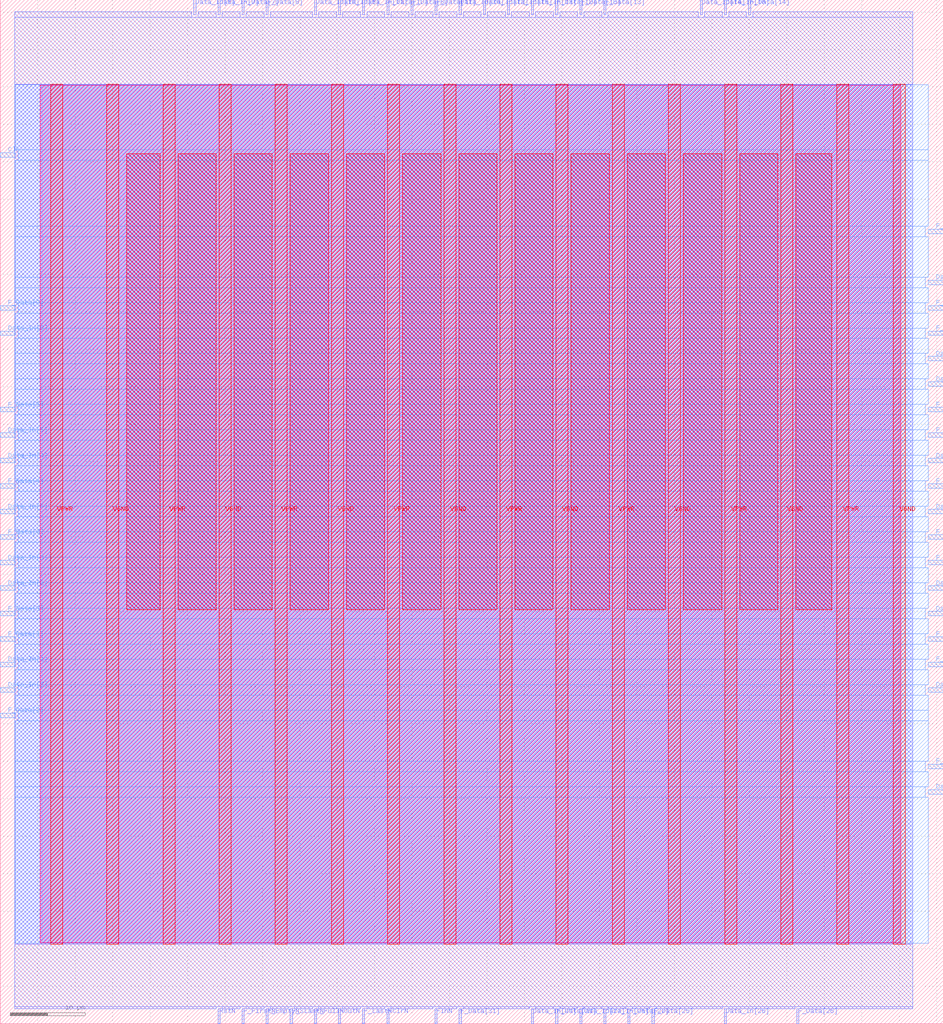
<source format=lef>
VERSION 5.7 ;
  NOWIREEXTENSIONATPIN ON ;
  DIVIDERCHAR "/" ;
  BUSBITCHARS "[]" ;
MACRO FIFO_Model
  CLASS BLOCK ;
  FOREIGN FIFO_Model ;
  ORIGIN 0.000 0.000 ;
  SIZE 125.900 BY 136.620 ;
  PIN Clk
    DIRECTION INPUT ;
    USE SIGNAL ;
    ANTENNAGATEAREA 0.852000 ;
    PORT
      LAYER met3 ;
        RECT 0.000 115.640 2.000 116.240 ;
    END
  END Clk
  PIN Data_In[0]
    DIRECTION INPUT ;
    USE SIGNAL ;
    ANTENNAGATEAREA 0.196500 ;
    PORT
      LAYER met3 ;
        RECT 0.000 68.040 2.000 68.640 ;
    END
  END Data_In[0]
  PIN Data_In[10]
    DIRECTION INPUT ;
    USE SIGNAL ;
    ANTENNAGATEAREA 0.196500 ;
    PORT
      LAYER met2 ;
        RECT 41.950 134.620 42.230 136.620 ;
    END
  END Data_In[10]
  PIN Data_In[11]
    DIRECTION INPUT ;
    USE SIGNAL ;
    ANTENNAGATEAREA 0.196500 ;
    PORT
      LAYER met2 ;
        RECT 48.390 134.620 48.670 136.620 ;
    END
  END Data_In[11]
  PIN Data_In[12]
    DIRECTION INPUT ;
    USE SIGNAL ;
    ANTENNAGATEAREA 0.196500 ;
    PORT
      LAYER met2 ;
        RECT 64.490 134.620 64.770 136.620 ;
    END
  END Data_In[12]
  PIN Data_In[13]
    DIRECTION INPUT ;
    USE SIGNAL ;
    ANTENNAGATEAREA 0.196500 ;
    PORT
      LAYER met2 ;
        RECT 70.930 134.620 71.210 136.620 ;
    END
  END Data_In[13]
  PIN Data_In[14]
    DIRECTION INPUT ;
    USE SIGNAL ;
    ANTENNAGATEAREA 0.196500 ;
    PORT
      LAYER met2 ;
        RECT 93.470 134.620 93.750 136.620 ;
    END
  END Data_In[14]
  PIN Data_In[15]
    DIRECTION INPUT ;
    USE SIGNAL ;
    ANTENNAGATEAREA 0.196500 ;
    PORT
      LAYER met2 ;
        RECT 67.710 134.620 67.990 136.620 ;
    END
  END Data_In[15]
  PIN Data_In[16]
    DIRECTION INPUT ;
    USE SIGNAL ;
    ANTENNAGATEAREA 0.196500 ;
    PORT
      LAYER met2 ;
        RECT 96.690 134.620 96.970 136.620 ;
    END
  END Data_In[16]
  PIN Data_In[17]
    DIRECTION INPUT ;
    USE SIGNAL ;
    ANTENNAGATEAREA 0.196500 ;
    PORT
      LAYER met3 ;
        RECT 123.900 98.640 125.900 99.240 ;
    END
  END Data_In[17]
  PIN Data_In[18]
    DIRECTION INPUT ;
    USE SIGNAL ;
    ANTENNAGATEAREA 0.196500 ;
    PORT
      LAYER met3 ;
        RECT 123.900 57.840 125.900 58.440 ;
    END
  END Data_In[18]
  PIN Data_In[19]
    DIRECTION INPUT ;
    USE SIGNAL ;
    ANTENNAGATEAREA 0.196500 ;
    PORT
      LAYER met3 ;
        RECT 123.900 68.040 125.900 68.640 ;
    END
  END Data_In[19]
  PIN Data_In[1]
    DIRECTION INPUT ;
    USE SIGNAL ;
    ANTENNAGATEAREA 0.196500 ;
    PORT
      LAYER met3 ;
        RECT 0.000 47.640 2.000 48.240 ;
    END
  END Data_In[1]
  PIN Data_In[20]
    DIRECTION INPUT ;
    USE SIGNAL ;
    ANTENNAGATEAREA 0.196500 ;
    PORT
      LAYER met3 ;
        RECT 123.900 74.840 125.900 75.440 ;
    END
  END Data_In[20]
  PIN Data_In[21]
    DIRECTION INPUT ;
    USE SIGNAL ;
    ANTENNAGATEAREA 0.196500 ;
    PORT
      LAYER met3 ;
        RECT 123.900 88.440 125.900 89.040 ;
    END
  END Data_In[21]
  PIN Data_In[22]
    DIRECTION INPUT ;
    USE SIGNAL ;
    ANTENNAGATEAREA 0.196500 ;
    PORT
      LAYER met3 ;
        RECT 123.900 85.040 125.900 85.640 ;
    END
  END Data_In[22]
  PIN Data_In[23]
    DIRECTION INPUT ;
    USE SIGNAL ;
    ANTENNAGATEAREA 0.196500 ;
    PORT
      LAYER met3 ;
        RECT 123.900 54.440 125.900 55.040 ;
    END
  END Data_In[23]
  PIN Data_In[24]
    DIRECTION INPUT ;
    USE SIGNAL ;
    ANTENNAGATEAREA 0.196500 ;
    PORT
      LAYER met3 ;
        RECT 123.900 44.240 125.900 44.840 ;
    END
  END Data_In[24]
  PIN Data_In[25]
    DIRECTION INPUT ;
    USE SIGNAL ;
    ANTENNAGATEAREA 0.196500 ;
    PORT
      LAYER met2 ;
        RECT 80.590 0.000 80.870 2.000 ;
    END
  END Data_In[25]
  PIN Data_In[26]
    DIRECTION INPUT ;
    USE SIGNAL ;
    ANTENNAGATEAREA 0.196500 ;
    PORT
      LAYER met2 ;
        RECT 96.690 0.000 96.970 2.000 ;
    END
  END Data_In[26]
  PIN Data_In[27]
    DIRECTION INPUT ;
    USE SIGNAL ;
    ANTENNAGATEAREA 0.196500 ;
    PORT
      LAYER met2 ;
        RECT 77.370 0.000 77.650 2.000 ;
    END
  END Data_In[27]
  PIN Data_In[28]
    DIRECTION INPUT ;
    USE SIGNAL ;
    ANTENNAGATEAREA 0.196500 ;
    PORT
      LAYER met3 ;
        RECT 123.900 30.640 125.900 31.240 ;
    END
  END Data_In[28]
  PIN Data_In[29]
    DIRECTION INPUT ;
    USE SIGNAL ;
    ANTENNAGATEAREA 0.196500 ;
    PORT
      LAYER met2 ;
        RECT 70.930 0.000 71.210 2.000 ;
    END
  END Data_In[29]
  PIN Data_In[2]
    DIRECTION INPUT ;
    USE SIGNAL ;
    ANTENNAGATEAREA 0.196500 ;
    PORT
      LAYER met3 ;
        RECT 0.000 44.240 2.000 44.840 ;
    END
  END Data_In[2]
  PIN Data_In[30]
    DIRECTION INPUT ;
    USE SIGNAL ;
    ANTENNAGATEAREA 0.196500 ;
    PORT
      LAYER met2 ;
        RECT 61.270 134.620 61.550 136.620 ;
    END
  END Data_In[30]
  PIN Data_In[31]
    DIRECTION INPUT ;
    USE SIGNAL ;
    ANTENNAGATEAREA 0.196500 ;
    PORT
      LAYER met3 ;
        RECT 0.000 61.240 2.000 61.840 ;
    END
  END Data_In[31]
  PIN Data_In[3]
    DIRECTION INPUT ;
    USE SIGNAL ;
    ANTENNAGATEAREA 0.196500 ;
    PORT
      LAYER met3 ;
        RECT 0.000 57.840 2.000 58.440 ;
    END
  END Data_In[3]
  PIN Data_In[4]
    DIRECTION INPUT ;
    USE SIGNAL ;
    ANTENNAGATEAREA 0.196500 ;
    PORT
      LAYER met3 ;
        RECT 0.000 74.840 2.000 75.440 ;
    END
  END Data_In[4]
  PIN Data_In[5]
    DIRECTION INPUT ;
    USE SIGNAL ;
    ANTENNAGATEAREA 0.196500 ;
    PORT
      LAYER met3 ;
        RECT 0.000 78.240 2.000 78.840 ;
    END
  END Data_In[5]
  PIN Data_In[6]
    DIRECTION INPUT ;
    USE SIGNAL ;
    ANTENNAGATEAREA 0.196500 ;
    PORT
      LAYER met2 ;
        RECT 45.170 134.620 45.450 136.620 ;
    END
  END Data_In[6]
  PIN Data_In[7]
    DIRECTION INPUT ;
    USE SIGNAL ;
    ANTENNAGATEAREA 0.196500 ;
    PORT
      LAYER met2 ;
        RECT 29.070 134.620 29.350 136.620 ;
    END
  END Data_In[7]
  PIN Data_In[8]
    DIRECTION INPUT ;
    USE SIGNAL ;
    ANTENNAGATEAREA 0.196500 ;
    PORT
      LAYER met2 ;
        RECT 25.850 134.620 26.130 136.620 ;
    END
  END Data_In[8]
  PIN Data_In[9]
    DIRECTION INPUT ;
    USE SIGNAL ;
    ANTENNAGATEAREA 0.196500 ;
    PORT
      LAYER met3 ;
        RECT 0.000 91.840 2.000 92.440 ;
    END
  END Data_In[9]
  PIN FClrN
    DIRECTION INPUT ;
    USE SIGNAL ;
    ANTENNAGATEAREA 0.196500 ;
    PORT
      LAYER met2 ;
        RECT 51.610 0.000 51.890 2.000 ;
    END
  END FClrN
  PIN FInN
    DIRECTION INPUT ;
    USE SIGNAL ;
    ANTENNAGATEAREA 0.196500 ;
    PORT
      LAYER met2 ;
        RECT 58.050 0.000 58.330 2.000 ;
    END
  END FInN
  PIN FOutN
    DIRECTION INPUT ;
    USE SIGNAL ;
    ANTENNAGATEAREA 0.126000 ;
    PORT
      LAYER met2 ;
        RECT 45.170 0.000 45.450 2.000 ;
    END
  END FOutN
  PIN F_Data[0]
    DIRECTION OUTPUT ;
    USE SIGNAL ;
    ANTENNADIFFAREA 0.445500 ;
    PORT
      LAYER met3 ;
        RECT 0.000 64.640 2.000 65.240 ;
    END
  END F_Data[0]
  PIN F_Data[10]
    DIRECTION OUTPUT ;
    USE SIGNAL ;
    ANTENNADIFFAREA 0.795200 ;
    PORT
      LAYER met2 ;
        RECT 51.610 134.620 51.890 136.620 ;
    END
  END F_Data[10]
  PIN F_Data[11]
    DIRECTION OUTPUT ;
    USE SIGNAL ;
    ANTENNADIFFAREA 0.795200 ;
    PORT
      LAYER met2 ;
        RECT 58.050 134.620 58.330 136.620 ;
    END
  END F_Data[11]
  PIN F_Data[12]
    DIRECTION OUTPUT ;
    USE SIGNAL ;
    ANTENNADIFFAREA 0.795200 ;
    PORT
      LAYER met2 ;
        RECT 74.150 134.620 74.430 136.620 ;
    END
  END F_Data[12]
  PIN F_Data[13]
    DIRECTION OUTPUT ;
    USE SIGNAL ;
    ANTENNADIFFAREA 0.795200 ;
    PORT
      LAYER met2 ;
        RECT 80.590 134.620 80.870 136.620 ;
    END
  END F_Data[13]
  PIN F_Data[14]
    DIRECTION OUTPUT ;
    USE SIGNAL ;
    ANTENNADIFFAREA 0.795200 ;
    PORT
      LAYER met2 ;
        RECT 99.910 134.620 100.190 136.620 ;
    END
  END F_Data[14]
  PIN F_Data[15]
    DIRECTION OUTPUT ;
    USE SIGNAL ;
    ANTENNADIFFAREA 0.795200 ;
    PORT
      LAYER met2 ;
        RECT 77.370 134.620 77.650 136.620 ;
    END
  END F_Data[15]
  PIN F_Data[16]
    DIRECTION OUTPUT ;
    USE SIGNAL ;
    ANTENNADIFFAREA 0.445500 ;
    PORT
      LAYER met3 ;
        RECT 123.900 105.440 125.900 106.040 ;
    END
  END F_Data[16]
  PIN F_Data[17]
    DIRECTION OUTPUT ;
    USE SIGNAL ;
    ANTENNADIFFAREA 0.445500 ;
    PORT
      LAYER met3 ;
        RECT 123.900 91.840 125.900 92.440 ;
    END
  END F_Data[17]
  PIN F_Data[18]
    DIRECTION OUTPUT ;
    USE SIGNAL ;
    ANTENNADIFFAREA 0.445500 ;
    PORT
      LAYER met3 ;
        RECT 123.900 61.240 125.900 61.840 ;
    END
  END F_Data[18]
  PIN F_Data[19]
    DIRECTION OUTPUT ;
    USE SIGNAL ;
    ANTENNADIFFAREA 0.445500 ;
    PORT
      LAYER met3 ;
        RECT 123.900 64.640 125.900 65.240 ;
    END
  END F_Data[19]
  PIN F_Data[1]
    DIRECTION OUTPUT ;
    USE SIGNAL ;
    ANTENNADIFFAREA 0.445500 ;
    PORT
      LAYER met3 ;
        RECT 0.000 51.040 2.000 51.640 ;
    END
  END F_Data[1]
  PIN F_Data[20]
    DIRECTION OUTPUT ;
    USE SIGNAL ;
    ANTENNADIFFAREA 0.445500 ;
    PORT
      LAYER met3 ;
        RECT 123.900 81.640 125.900 82.240 ;
    END
  END F_Data[20]
  PIN F_Data[21]
    DIRECTION OUTPUT ;
    USE SIGNAL ;
    ANTENNADIFFAREA 0.445500 ;
    PORT
      LAYER met3 ;
        RECT 123.900 95.240 125.900 95.840 ;
    END
  END F_Data[21]
  PIN F_Data[22]
    DIRECTION OUTPUT ;
    USE SIGNAL ;
    ANTENNADIFFAREA 0.445500 ;
    PORT
      LAYER met3 ;
        RECT 123.900 78.240 125.900 78.840 ;
    END
  END F_Data[22]
  PIN F_Data[23]
    DIRECTION OUTPUT ;
    USE SIGNAL ;
    ANTENNADIFFAREA 0.445500 ;
    PORT
      LAYER met3 ;
        RECT 123.900 51.040 125.900 51.640 ;
    END
  END F_Data[23]
  PIN F_Data[24]
    DIRECTION OUTPUT ;
    USE SIGNAL ;
    ANTENNADIFFAREA 0.445500 ;
    PORT
      LAYER met3 ;
        RECT 123.900 47.640 125.900 48.240 ;
    END
  END F_Data[24]
  PIN F_Data[25]
    DIRECTION OUTPUT ;
    USE SIGNAL ;
    ANTENNADIFFAREA 0.795200 ;
    PORT
      LAYER met2 ;
        RECT 87.030 0.000 87.310 2.000 ;
    END
  END F_Data[25]
  PIN F_Data[26]
    DIRECTION OUTPUT ;
    USE SIGNAL ;
    ANTENNADIFFAREA 0.795200 ;
    PORT
      LAYER met2 ;
        RECT 106.350 0.000 106.630 2.000 ;
    END
  END F_Data[26]
  PIN F_Data[27]
    DIRECTION OUTPUT ;
    USE SIGNAL ;
    ANTENNADIFFAREA 0.795200 ;
    PORT
      LAYER met2 ;
        RECT 83.810 0.000 84.090 2.000 ;
    END
  END F_Data[27]
  PIN F_Data[28]
    DIRECTION OUTPUT ;
    USE SIGNAL ;
    ANTENNADIFFAREA 0.445500 ;
    PORT
      LAYER met3 ;
        RECT 123.900 34.040 125.900 34.640 ;
    END
  END F_Data[28]
  PIN F_Data[29]
    DIRECTION OUTPUT ;
    USE SIGNAL ;
    ANTENNADIFFAREA 0.795200 ;
    PORT
      LAYER met2 ;
        RECT 74.150 0.000 74.430 2.000 ;
    END
  END F_Data[29]
  PIN F_Data[2]
    DIRECTION OUTPUT ;
    USE SIGNAL ;
    ANTENNADIFFAREA 0.445500 ;
    PORT
      LAYER met3 ;
        RECT 0.000 40.840 2.000 41.440 ;
    END
  END F_Data[2]
  PIN F_Data[30]
    DIRECTION OUTPUT ;
    USE SIGNAL ;
    ANTENNADIFFAREA 0.445500 ;
    PORT
      LAYER met3 ;
        RECT 123.900 71.440 125.900 72.040 ;
    END
  END F_Data[30]
  PIN F_Data[31]
    DIRECTION OUTPUT ;
    USE SIGNAL ;
    ANTENNADIFFAREA 0.795200 ;
    PORT
      LAYER met2 ;
        RECT 61.270 0.000 61.550 2.000 ;
    END
  END F_Data[31]
  PIN F_Data[3]
    DIRECTION OUTPUT ;
    USE SIGNAL ;
    ANTENNADIFFAREA 0.445500 ;
    PORT
      LAYER met3 ;
        RECT 0.000 54.440 2.000 55.040 ;
    END
  END F_Data[3]
  PIN F_Data[4]
    DIRECTION OUTPUT ;
    USE SIGNAL ;
    ANTENNADIFFAREA 0.445500 ;
    PORT
      LAYER met3 ;
        RECT 0.000 71.440 2.000 72.040 ;
    END
  END F_Data[4]
  PIN F_Data[5]
    DIRECTION OUTPUT ;
    USE SIGNAL ;
    ANTENNADIFFAREA 0.445500 ;
    PORT
      LAYER met3 ;
        RECT 0.000 81.640 2.000 82.240 ;
    END
  END F_Data[5]
  PIN F_Data[6]
    DIRECTION OUTPUT ;
    USE SIGNAL ;
    ANTENNADIFFAREA 0.795200 ;
    PORT
      LAYER met2 ;
        RECT 54.830 134.620 55.110 136.620 ;
    END
  END F_Data[6]
  PIN F_Data[7]
    DIRECTION OUTPUT ;
    USE SIGNAL ;
    ANTENNADIFFAREA 0.795200 ;
    PORT
      LAYER met2 ;
        RECT 32.290 134.620 32.570 136.620 ;
    END
  END F_Data[7]
  PIN F_Data[8]
    DIRECTION OUTPUT ;
    USE SIGNAL ;
    ANTENNADIFFAREA 0.795200 ;
    PORT
      LAYER met2 ;
        RECT 35.510 134.620 35.790 136.620 ;
    END
  END F_Data[8]
  PIN F_Data[9]
    DIRECTION OUTPUT ;
    USE SIGNAL ;
    ANTENNADIFFAREA 0.445500 ;
    PORT
      LAYER met3 ;
        RECT 0.000 95.240 2.000 95.840 ;
    END
  END F_Data[9]
  PIN F_EmptyN
    DIRECTION OUTPUT ;
    USE SIGNAL ;
    ANTENNADIFFAREA 0.795200 ;
    PORT
      LAYER met2 ;
        RECT 35.510 0.000 35.790 2.000 ;
    END
  END F_EmptyN
  PIN F_FirstN
    DIRECTION OUTPUT ;
    USE SIGNAL ;
    ANTENNADIFFAREA 0.795200 ;
    PORT
      LAYER met2 ;
        RECT 32.290 0.000 32.570 2.000 ;
    END
  END F_FirstN
  PIN F_FullN
    DIRECTION OUTPUT ;
    USE SIGNAL ;
    ANTENNADIFFAREA 0.795200 ;
    PORT
      LAYER met2 ;
        RECT 41.950 0.000 42.230 2.000 ;
    END
  END F_FullN
  PIN F_LastN
    DIRECTION OUTPUT ;
    USE SIGNAL ;
    ANTENNADIFFAREA 0.795200 ;
    PORT
      LAYER met2 ;
        RECT 48.390 0.000 48.670 2.000 ;
    END
  END F_LastN
  PIN F_SLastN
    DIRECTION OUTPUT ;
    USE SIGNAL ;
    ANTENNADIFFAREA 0.795200 ;
    PORT
      LAYER met2 ;
        RECT 38.730 0.000 39.010 2.000 ;
    END
  END F_SLastN
  PIN RstN
    DIRECTION INPUT ;
    USE SIGNAL ;
    ANTENNAGATEAREA 0.196500 ;
    PORT
      LAYER met2 ;
        RECT 29.070 0.000 29.350 2.000 ;
    END
  END RstN
  PIN VGND
    DIRECTION INOUT ;
    USE GROUND ;
    PORT
      LAYER met4 ;
        RECT 14.220 10.640 15.820 125.360 ;
    END
    PORT
      LAYER met4 ;
        RECT 29.220 10.640 30.820 125.360 ;
    END
    PORT
      LAYER met4 ;
        RECT 44.220 10.640 45.820 125.360 ;
    END
    PORT
      LAYER met4 ;
        RECT 59.220 10.640 60.820 125.360 ;
    END
    PORT
      LAYER met4 ;
        RECT 74.220 10.640 75.820 125.360 ;
    END
    PORT
      LAYER met4 ;
        RECT 89.220 10.640 90.820 125.360 ;
    END
    PORT
      LAYER met4 ;
        RECT 104.220 10.640 105.820 125.360 ;
    END
    PORT
      LAYER met4 ;
        RECT 119.220 10.640 120.820 125.360 ;
    END
  END VGND
  PIN VPWR
    DIRECTION INOUT ;
    USE POWER ;
    PORT
      LAYER met4 ;
        RECT 6.720 10.640 8.320 125.360 ;
    END
    PORT
      LAYER met4 ;
        RECT 21.720 10.640 23.320 125.360 ;
    END
    PORT
      LAYER met4 ;
        RECT 36.720 10.640 38.320 125.360 ;
    END
    PORT
      LAYER met4 ;
        RECT 51.720 10.640 53.320 125.360 ;
    END
    PORT
      LAYER met4 ;
        RECT 66.720 10.640 68.320 125.360 ;
    END
    PORT
      LAYER met4 ;
        RECT 81.720 10.640 83.320 125.360 ;
    END
    PORT
      LAYER met4 ;
        RECT 96.720 10.640 98.320 125.360 ;
    END
    PORT
      LAYER met4 ;
        RECT 111.720 10.640 113.320 125.360 ;
    END
  END VPWR
  OBS
      LAYER nwell ;
        RECT 5.330 10.795 120.250 125.205 ;
      LAYER li1 ;
        RECT 5.520 10.795 120.060 125.205 ;
      LAYER met1 ;
        RECT 1.910 10.640 121.830 125.360 ;
      LAYER met2 ;
        RECT 1.930 134.340 25.570 135.050 ;
        RECT 26.410 134.340 28.790 135.050 ;
        RECT 29.630 134.340 32.010 135.050 ;
        RECT 32.850 134.340 35.230 135.050 ;
        RECT 36.070 134.340 41.670 135.050 ;
        RECT 42.510 134.340 44.890 135.050 ;
        RECT 45.730 134.340 48.110 135.050 ;
        RECT 48.950 134.340 51.330 135.050 ;
        RECT 52.170 134.340 54.550 135.050 ;
        RECT 55.390 134.340 57.770 135.050 ;
        RECT 58.610 134.340 60.990 135.050 ;
        RECT 61.830 134.340 64.210 135.050 ;
        RECT 65.050 134.340 67.430 135.050 ;
        RECT 68.270 134.340 70.650 135.050 ;
        RECT 71.490 134.340 73.870 135.050 ;
        RECT 74.710 134.340 77.090 135.050 ;
        RECT 77.930 134.340 80.310 135.050 ;
        RECT 81.150 134.340 93.190 135.050 ;
        RECT 94.030 134.340 96.410 135.050 ;
        RECT 97.250 134.340 99.630 135.050 ;
        RECT 100.470 134.340 121.810 135.050 ;
        RECT 1.930 2.280 121.810 134.340 ;
        RECT 1.930 2.000 28.790 2.280 ;
        RECT 29.630 2.000 32.010 2.280 ;
        RECT 32.850 2.000 35.230 2.280 ;
        RECT 36.070 2.000 38.450 2.280 ;
        RECT 39.290 2.000 41.670 2.280 ;
        RECT 42.510 2.000 44.890 2.280 ;
        RECT 45.730 2.000 48.110 2.280 ;
        RECT 48.950 2.000 51.330 2.280 ;
        RECT 52.170 2.000 57.770 2.280 ;
        RECT 58.610 2.000 60.990 2.280 ;
        RECT 61.830 2.000 70.650 2.280 ;
        RECT 71.490 2.000 73.870 2.280 ;
        RECT 74.710 2.000 77.090 2.280 ;
        RECT 77.930 2.000 80.310 2.280 ;
        RECT 81.150 2.000 83.530 2.280 ;
        RECT 84.370 2.000 86.750 2.280 ;
        RECT 87.590 2.000 96.410 2.280 ;
        RECT 97.250 2.000 106.070 2.280 ;
        RECT 106.910 2.000 121.810 2.280 ;
      LAYER met3 ;
        RECT 2.000 116.640 123.900 125.285 ;
        RECT 2.400 115.240 123.900 116.640 ;
        RECT 2.000 106.440 123.900 115.240 ;
        RECT 2.000 105.040 123.500 106.440 ;
        RECT 2.000 99.640 123.900 105.040 ;
        RECT 2.000 98.240 123.500 99.640 ;
        RECT 2.000 96.240 123.900 98.240 ;
        RECT 2.400 94.840 123.500 96.240 ;
        RECT 2.000 92.840 123.900 94.840 ;
        RECT 2.400 91.440 123.500 92.840 ;
        RECT 2.000 89.440 123.900 91.440 ;
        RECT 2.000 88.040 123.500 89.440 ;
        RECT 2.000 86.040 123.900 88.040 ;
        RECT 2.000 84.640 123.500 86.040 ;
        RECT 2.000 82.640 123.900 84.640 ;
        RECT 2.400 81.240 123.500 82.640 ;
        RECT 2.000 79.240 123.900 81.240 ;
        RECT 2.400 77.840 123.500 79.240 ;
        RECT 2.000 75.840 123.900 77.840 ;
        RECT 2.400 74.440 123.500 75.840 ;
        RECT 2.000 72.440 123.900 74.440 ;
        RECT 2.400 71.040 123.500 72.440 ;
        RECT 2.000 69.040 123.900 71.040 ;
        RECT 2.400 67.640 123.500 69.040 ;
        RECT 2.000 65.640 123.900 67.640 ;
        RECT 2.400 64.240 123.500 65.640 ;
        RECT 2.000 62.240 123.900 64.240 ;
        RECT 2.400 60.840 123.500 62.240 ;
        RECT 2.000 58.840 123.900 60.840 ;
        RECT 2.400 57.440 123.500 58.840 ;
        RECT 2.000 55.440 123.900 57.440 ;
        RECT 2.400 54.040 123.500 55.440 ;
        RECT 2.000 52.040 123.900 54.040 ;
        RECT 2.400 50.640 123.500 52.040 ;
        RECT 2.000 48.640 123.900 50.640 ;
        RECT 2.400 47.240 123.500 48.640 ;
        RECT 2.000 45.240 123.900 47.240 ;
        RECT 2.400 43.840 123.500 45.240 ;
        RECT 2.000 41.840 123.900 43.840 ;
        RECT 2.400 40.440 123.900 41.840 ;
        RECT 2.000 35.040 123.900 40.440 ;
        RECT 2.000 33.640 123.500 35.040 ;
        RECT 2.000 31.640 123.900 33.640 ;
        RECT 2.000 30.240 123.500 31.640 ;
        RECT 2.000 10.715 123.900 30.240 ;
      LAYER met4 ;
        RECT 16.855 55.255 21.320 116.105 ;
        RECT 23.720 55.255 28.820 116.105 ;
        RECT 31.220 55.255 36.320 116.105 ;
        RECT 38.720 55.255 43.820 116.105 ;
        RECT 46.220 55.255 51.320 116.105 ;
        RECT 53.720 55.255 58.820 116.105 ;
        RECT 61.220 55.255 66.320 116.105 ;
        RECT 68.720 55.255 73.820 116.105 ;
        RECT 76.220 55.255 81.320 116.105 ;
        RECT 83.720 55.255 88.820 116.105 ;
        RECT 91.220 55.255 96.320 116.105 ;
        RECT 98.720 55.255 103.820 116.105 ;
        RECT 106.220 55.255 111.025 116.105 ;
  END
END FIFO_Model
END LIBRARY


</source>
